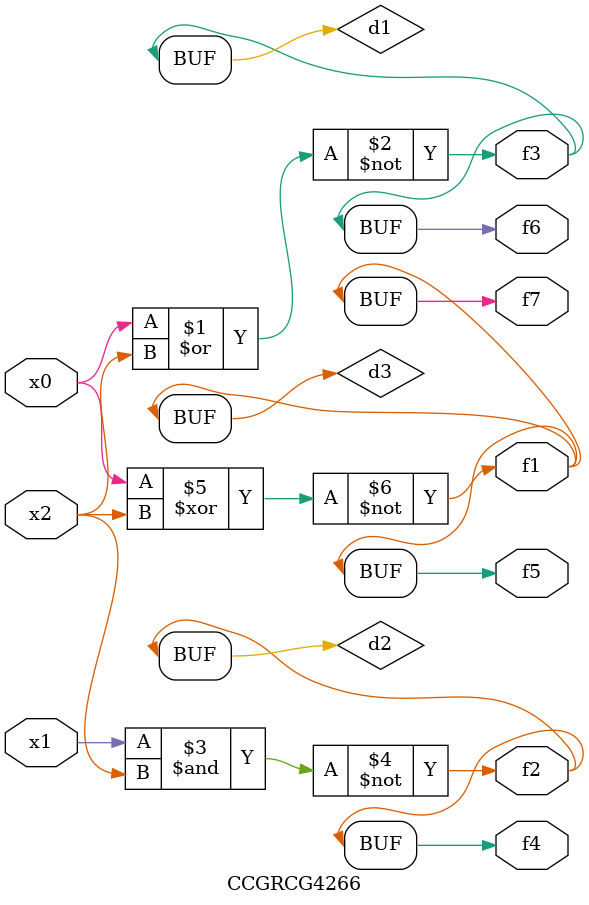
<source format=v>
module CCGRCG4266(
	input x0, x1, x2,
	output f1, f2, f3, f4, f5, f6, f7
);

	wire d1, d2, d3;

	nor (d1, x0, x2);
	nand (d2, x1, x2);
	xnor (d3, x0, x2);
	assign f1 = d3;
	assign f2 = d2;
	assign f3 = d1;
	assign f4 = d2;
	assign f5 = d3;
	assign f6 = d1;
	assign f7 = d3;
endmodule

</source>
